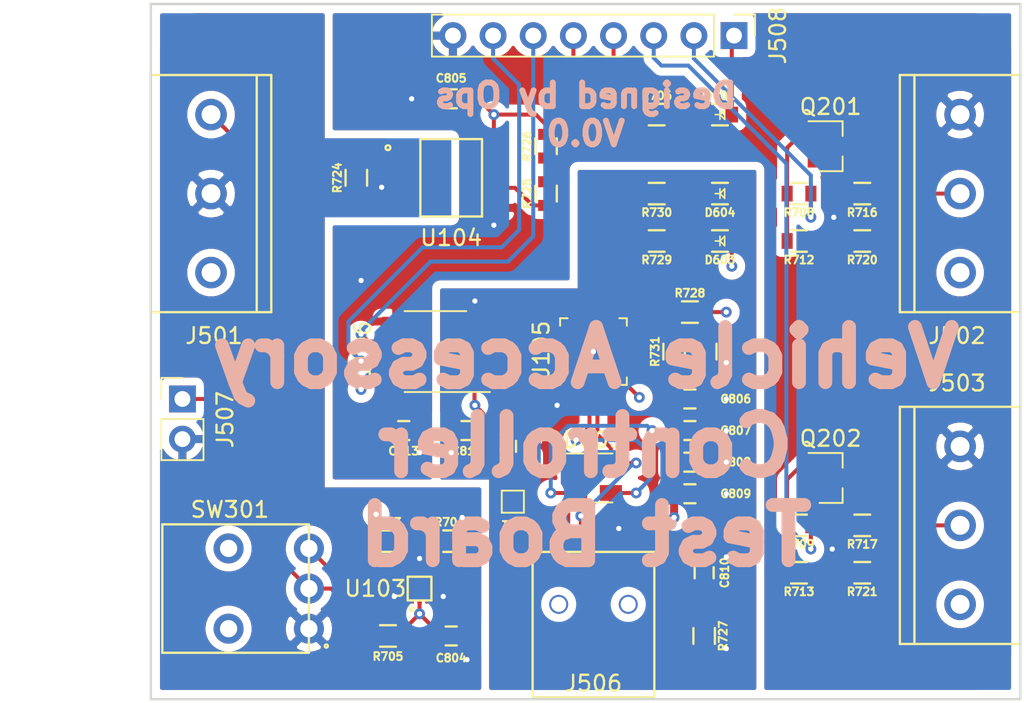
<source format=kicad_pcb>
(kicad_pcb (version 20171130) (host pcbnew 5.1.4-e60b266~84~ubuntu18.04.1)
  (title_block (title "Vehicle Accessory Controller Test Board") (date 2019-11-15) (rev 0.0) (company Noctivore) (comment 1 "IF IN DOUBT - ASK") (comment 2 "Designed by Ops"))
  (layers (0 F.Cu signal) (1 In1.Cu power hide) (2 In2.Cu power hide) (31 B.Cu signal) (34 B.Paste user) (35 F.Paste user) (36 B.SilkS user hide) (37 F.SilkS user) (38 B.Mask user hide) (39 F.Mask user) (44 Edge.Cuts user))
  (net 0 "")
  (net 1 +12VA)
  (net 2 GNDA)
  (net 3 GND)
  (net 4 +5V)
  (net 5 VBUS)
  (net 6 VDD)
  (net 7 GNDD)
  (net 8 /SHIELD)
  (net 9 "Net-(C811-Pad2)")
  (net 10 /328P_RESET)
  (net 11 "Net-(D601-Pad1)")
  (net 12 "Net-(D603-Pad1)")
  (net 13 "Net-(D604-Pad1)")
  (net 14 /D+)
  (net 15 /D-)
  (net 16 /ACC_IN)
  (net 17 "Net-(J502-Pad2)")
  (net 18 "Net-(J503-Pad2)")
  (net 19 "Net-(J506-Pad4)")
  (net 20 "Net-(Q201-Pad3)")
  (net 21 "Net-(Q201-Pad1)")
  (net 22 "Net-(Q202-Pad1)")
  (net 23 "Net-(Q202-Pad3)")
  (net 24 "Net-(R703-Pad1)")
  (net 25 /CTRL)
  (net 26 /PARK_STATUS)
  (net 27 /PARK_FRONT)
  (net 28 /PARK_REAR)
  (net 29 "Net-(R724-Pad2)")
  (net 30 /ACC)
  (net 31 "Net-(R725-Pad2)")
  (net 32 "Net-(R728-Pad2)")
  (net 33 /RX_LED)
  (net 34 /TX_LED)
  (net 35 /VBUS_DIV)
  (net 36 /SHUTDOWN)
  (net 37 "Net-(U104-Pad1)")
  (net 38 "Net-(U104-Pad7)")
  (net 39 "Net-(U104-Pad4)")
  (net 40 "Net-(U105-Pad1)")
  (net 41 "Net-(U105-Pad10)")
  (net 42 "Net-(U105-Pad11)")
  (net 43 "Net-(U105-Pad12)")
  (net 44 "Net-(U105-Pad15)")
  (net 45 "Net-(U105-Pad16)")
  (net 46 "Net-(U105-Pad17)")
  (net 47 "Net-(U105-Pad18)")
  (net 48 "Net-(U105-Pad19)")
  (net 49 /CP2102N_RXD)
  (net 50 /CP2102N_TXD)
  (net 51 "Net-(U105-Pad22)")
  (net 52 "Net-(U105-Pad24)")
  (net 53 /328P_TXD)
  (net 54 /328P_RXD)
  (module VehicleAccessoryController:R_0603 (layer F.Cu) (at 139 112 180)
    (fp_text reference R703 (at 0.1 1.2) (layer F.SilkS) (effects (font (size 0.5 0.5) (thickness 0.125))))
    (fp_text value 2M43)
    (pad 2 smd rect (at 0.75 0 180) (size 0.7 1) (layers F.Cu F.Paste F.Mask) (net 1 +12VA))
    (pad 1 smd rect (at -0.75 0 180) (size 0.7 1) (layers F.Cu F.Paste F.Mask) (net 24 "Net-(R703-Pad1)"))
  )
  (module VehicleAccessoryController:R_0603 (layer F.Cu) (at 143 112 180)
    (fp_text reference R704 (at 0.1 1.2) (layer F.SilkS) (effects (font (size 0.5 0.5) (thickness 0.125))))
    (fp_text value 84k5)
    (pad 2 smd rect (at 0.75 0 180) (size 0.7 1) (layers F.Cu F.Paste F.Mask) (net 24 "Net-(R703-Pad1)"))
    (pad 1 smd rect (at -0.75 0 180) (size 0.7 1) (layers F.Cu F.Paste F.Mask) (net 2 GNDA))
  )
  (module VehicleAccessoryController:R_0603 (layer F.Cu) (at 139 118)
    (fp_text reference R705 (at 0 1.3) (layer F.SilkS) (effects (font (size 0.5 0.5) (thickness 0.125))))
    (fp_text value 49k9)
    (pad 2 smd rect (at 0.75 0) (size 0.7 1) (layers F.Cu F.Paste F.Mask) (net 1 +12VA))
    (pad 1 smd rect (at -0.75 0) (size 0.7 1) (layers F.Cu F.Paste F.Mask) (net 25 /CTRL))
  )
  (module VehicleAccessoryController:R_0603 (layer F.Cu) (at 156 85)
    (fp_text reference R706 (at 0 -1.2) (layer F.SilkS) (effects (font (size 0.5 0.5) (thickness 0.125))))
    (fp_text value 430R)
    (pad 2 smd rect (at 0.75 0) (size 0.7 1) (layers F.Cu F.Paste F.Mask) (net 11 "Net-(D601-Pad1)"))
    (pad 1 smd rect (at -0.75 0) (size 0.7 1) (layers F.Cu F.Paste F.Mask) (net 26 /PARK_STATUS))
  )
  (module VehicleAccessoryController:R_0603 (layer F.Cu) (at 165 90 180)
    (fp_text reference R708 (at 0 -1.2) (layer F.SilkS) (effects (font (size 0.5 0.5) (thickness 0.125))))
    (fp_text value 1k)
    (pad 2 smd rect (at 0.75 0 180) (size 0.7 1) (layers F.Cu F.Paste F.Mask) (net 21 "Net-(Q201-Pad1)"))
    (pad 1 smd rect (at -0.75 0 180) (size 0.7 1) (layers F.Cu F.Paste F.Mask) (net 27 /PARK_FRONT))
  )
  (module VehicleAccessoryController:R_0603 (layer F.Cu) (at 165 111 180)
    (fp_text reference R709 (at 0 -1.2) (layer F.SilkS) (effects (font (size 0.5 0.5) (thickness 0.125))))
    (fp_text value 1k)
    (pad 2 smd rect (at 0.75 0 180) (size 0.7 1) (layers F.Cu F.Paste F.Mask) (net 22 "Net-(Q202-Pad1)"))
    (pad 1 smd rect (at -0.75 0 180) (size 0.7 1) (layers F.Cu F.Paste F.Mask) (net 28 /PARK_REAR))
  )
  (module VehicleAccessoryController:R_0603 (layer F.Cu) (at 165 93 180)
    (fp_text reference R712 (at 0 -1.2) (layer F.SilkS) (effects (font (size 0.5 0.5) (thickness 0.125))))
    (fp_text value 1M)
    (pad 2 smd rect (at 0.75 0 180) (size 0.7 1) (layers F.Cu F.Paste F.Mask) (net 21 "Net-(Q201-Pad1)"))
    (pad 1 smd rect (at -0.75 0 180) (size 0.7 1) (layers F.Cu F.Paste F.Mask) (net 3 GND))
  )
  (module VehicleAccessoryController:R_0603 (layer F.Cu) (at 165 114 180)
    (fp_text reference R713 (at 0 -1.2) (layer F.SilkS) (effects (font (size 0.5 0.5) (thickness 0.125))))
    (fp_text value 1M)
    (pad 2 smd rect (at 0.75 0 180) (size 0.7 1) (layers F.Cu F.Paste F.Mask) (net 22 "Net-(Q202-Pad1)"))
    (pad 1 smd rect (at -0.75 0 180) (size 0.7 1) (layers F.Cu F.Paste F.Mask) (net 3 GND))
  )
  (module VehicleAccessoryController:R_0603 (layer F.Cu) (at 169 90)
    (fp_text reference R716 (at 0 1.2) (layer F.SilkS) (effects (font (size 0.5 0.5) (thickness 0.125))))
    (fp_text value 22k1)
    (pad 2 smd rect (at 0.75 0) (size 0.7 1) (layers F.Cu F.Paste F.Mask) (net 17 "Net-(J502-Pad2)"))
    (pad 1 smd rect (at -0.75 0) (size 0.7 1) (layers F.Cu F.Paste F.Mask) (net 20 "Net-(Q201-Pad3)"))
  )
  (module VehicleAccessoryController:R_0603 (layer F.Cu) (at 169 111)
    (fp_text reference R717 (at 0 1.2) (layer F.SilkS) (effects (font (size 0.5 0.5) (thickness 0.125))))
    (fp_text value 22k1)
    (pad 2 smd rect (at 0.75 0) (size 0.7 1) (layers F.Cu F.Paste F.Mask) (net 18 "Net-(J503-Pad2)"))
    (pad 1 smd rect (at -0.75 0) (size 0.7 1) (layers F.Cu F.Paste F.Mask) (net 23 "Net-(Q202-Pad3)"))
  )
  (module VehicleAccessoryController:R_0603 (layer F.Cu) (at 169 93)
    (fp_text reference R720 (at 0 1.2) (layer F.SilkS) (effects (font (size 0.5 0.5) (thickness 0.125))))
    (fp_text value 30k9)
    (pad 2 smd rect (at 0.75 0) (size 0.7 1) (layers F.Cu F.Paste F.Mask) (net 17 "Net-(J502-Pad2)"))
    (pad 1 smd rect (at -0.75 0) (size 0.7 1) (layers F.Cu F.Paste F.Mask) (net 3 GND))
  )
  (module VehicleAccessoryController:R_0603 (layer F.Cu) (at 169 114)
    (fp_text reference R721 (at 0 1.2) (layer F.SilkS) (effects (font (size 0.5 0.5) (thickness 0.125))))
    (fp_text value 30k9)
    (pad 2 smd rect (at 0.75 0) (size 0.7 1) (layers F.Cu F.Paste F.Mask) (net 18 "Net-(J503-Pad2)"))
    (pad 1 smd rect (at -0.75 0) (size 0.7 1) (layers F.Cu F.Paste F.Mask) (net 3 GND))
  )
  (module VehicleAccessoryController:R_0603 (layer F.Cu) (at 137 89 90)
    (fp_text reference R724 (at 0 -1.2 90) (layer F.SilkS) (effects (font (size 0.5 0.5) (thickness 0.125))))
    (fp_text value 1k)
    (pad 2 smd rect (at 0.75 0 90) (size 0.7 1) (layers F.Cu F.Paste F.Mask) (net 29 "Net-(R724-Pad2)"))
    (pad 1 smd rect (at -0.75 0 90) (size 0.7 1) (layers F.Cu F.Paste F.Mask) (net 16 /ACC_IN))
  )
  (module VehicleAccessoryController:R_0603 (layer F.Cu) (at 149 90 270)
    (fp_text reference R725 (at 0 1.2 90) (layer F.SilkS) (effects (font (size 0.5 0.5) (thickness 0.125))))
    (fp_text value 160R)
    (pad 2 smd rect (at 0.75 0 270) (size 0.7 1) (layers F.Cu F.Paste F.Mask) (net 31 "Net-(R725-Pad2)"))
    (pad 1 smd rect (at -0.75 0 270) (size 0.7 1) (layers F.Cu F.Paste F.Mask) (net 30 /ACC))
  )
  (module VehicleAccessoryController:R_0603 (layer F.Cu) (at 149 87 270)
    (fp_text reference R726 (at 0 1.2 90) (layer F.SilkS) (effects (font (size 0.5 0.5) (thickness 0.125))))
    (fp_text value 1k)
    (pad 2 smd rect (at 0.75 0 270) (size 0.7 1) (layers F.Cu F.Paste F.Mask) (net 30 /ACC))
    (pad 1 smd rect (at -0.75 0 270) (size 0.7 1) (layers F.Cu F.Paste F.Mask) (net 4 +5V))
  )
  (module VehicleAccessoryController:R_0603 (layer F.Cu) (at 159 118 90)
    (fp_text reference R727 (at 0 1.2 90) (layer F.SilkS) (effects (font (size 0.5 0.5) (thickness 0.125))))
    (fp_text value 1M)
    (pad 2 smd rect (at 0.75 0 90) (size 0.7 1) (layers F.Cu F.Paste F.Mask) (net 8 /SHIELD))
    (pad 1 smd rect (at -0.75 0 90) (size 0.7 1) (layers F.Cu F.Paste F.Mask) (net 7 GNDD))
  )
  (module VehicleAccessoryController:R_0603 (layer F.Cu) (at 158.1 97.5 180)
    (fp_text reference R728 (at 0 1.2) (layer F.SilkS) (effects (font (size 0.5 0.5) (thickness 0.125))))
    (fp_text value 1k)
    (pad 2 smd rect (at 0.75 0 180) (size 0.7 1) (layers F.Cu F.Paste F.Mask) (net 32 "Net-(R728-Pad2)"))
    (pad 1 smd rect (at -0.75 0 180) (size 0.7 1) (layers F.Cu F.Paste F.Mask) (net 6 VDD))
  )
  (module VehicleAccessoryController:R_0603 (layer F.Cu) (at 156 93)
    (fp_text reference R729 (at 0 1.2) (layer F.SilkS) (effects (font (size 0.5 0.5) (thickness 0.125))))
    (fp_text value 90R)
    (pad 2 smd rect (at 0.75 0) (size 0.7 1) (layers F.Cu F.Paste F.Mask) (net 12 "Net-(D603-Pad1)"))
    (pad 1 smd rect (at -0.75 0) (size 0.7 1) (layers F.Cu F.Paste F.Mask) (net 33 /RX_LED))
  )
  (module VehicleAccessoryController:R_0603 (layer F.Cu) (at 156 90)
    (fp_text reference R730 (at 0 1.2) (layer F.SilkS) (effects (font (size 0.5 0.5) (thickness 0.125))))
    (fp_text value 90R)
    (pad 2 smd rect (at 0.75 0) (size 0.7 1) (layers F.Cu F.Paste F.Mask) (net 13 "Net-(D604-Pad1)"))
    (pad 1 smd rect (at -0.75 0) (size 0.7 1) (layers F.Cu F.Paste F.Mask) (net 34 /TX_LED))
  )
  (module VehicleAccessoryController:R_0603 (layer F.Cu) (at 157.1 100 270)
    (fp_text reference R731 (at 0 1.2 90) (layer F.SilkS) (effects (font (size 0.5 0.5) (thickness 0.125))))
    (fp_text value 22.1k)
    (pad 2 smd rect (at 0.75 0 270) (size 0.7 1) (layers F.Cu F.Paste F.Mask) (net 5 VBUS))
    (pad 1 smd rect (at -0.75 0 270) (size 0.7 1) (layers F.Cu F.Paste F.Mask) (net 35 /VBUS_DIV))
  )
  (module VehicleAccessoryController:R_0603 (layer F.Cu) (at 159.1 100 90)
    (fp_text reference R732 (at 0 1.3 90) (layer F.SilkS) (effects (font (size 0.5 0.5) (thickness 0.125))))
    (fp_text value 47.5k)
    (pad 2 smd rect (at 0.75 0 90) (size 0.7 1) (layers F.Cu F.Paste F.Mask) (net 35 /VBUS_DIV))
    (pad 1 smd rect (at -0.75 0 90) (size 0.7 1) (layers F.Cu F.Paste F.Mask) (net 7 GNDD))
  )
  (module VehicleAccessoryController:C_0603 (layer F.Cu) (at 147.7 106 90)
    (fp_text reference C811 (at 0 -1.3 90) (layer F.SilkS) (effects (font (size 0.5 0.5) (thickness 0.125))))
    (fp_text value 0.1uF)
    (pad 2 smd rect (at 1 0 90) (size 1 1.2) (layers F.Cu F.Paste F.Mask) (net 9 "Net-(C811-Pad2)"))
    (pad 1 smd rect (at -1 0 90) (size 1 1.2) (layers F.Cu F.Paste F.Mask) (net 10 /328P_RESET))
  )
  (module VehicleAccessoryController:C_0603 (layer F.Cu) (at 143 118)
    (fp_text reference C804 (at 0 1.4) (layer F.SilkS) (effects (font (size 0.5 0.5) (thickness 0.125))))
    (fp_text value 0.1uF)
    (pad 2 smd rect (at 1 0) (size 1 1.2) (layers F.Cu F.Paste F.Mask) (net 2 GNDA))
    (pad 1 smd rect (at -1 0) (size 1 1.2) (layers F.Cu F.Paste F.Mask) (net 1 +12VA))
  )
  (module VehicleAccessoryController:C_0603 (layer F.Cu) (at 143 84 180)
    (fp_text reference C805 (at 0 1.3) (layer F.SilkS) (effects (font (size 0.5 0.5) (thickness 0.125))))
    (fp_text value 0.1uF)
    (pad 2 smd rect (at 1 0 180) (size 1 1.2) (layers F.Cu F.Paste F.Mask) (net 3 GND))
    (pad 1 smd rect (at -1 0 180) (size 1 1.2) (layers F.Cu F.Paste F.Mask) (net 4 +5V))
  )
  (module VehicleAccessoryController:C_0603 (layer F.Cu) (at 158.1 103)
    (fp_text reference C806 (at 2.9 0) (layer F.SilkS) (effects (font (size 0.5 0.5) (thickness 0.125))))
    (fp_text value 4.7uF)
    (pad 2 smd rect (at 1 0) (size 1 1.2) (layers F.Cu F.Paste F.Mask) (net 7 GNDD))
    (pad 1 smd rect (at -1 0) (size 1 1.2) (layers F.Cu F.Paste F.Mask) (net 5 VBUS))
  )
  (module VehicleAccessoryController:C_0603 (layer F.Cu) (at 158.1 105)
    (fp_text reference C807 (at 2.9 0) (layer F.SilkS) (effects (font (size 0.5 0.5) (thickness 0.125))))
    (fp_text value 0.1uF)
    (pad 2 smd rect (at 1 0) (size 1 1.2) (layers F.Cu F.Paste F.Mask) (net 7 GNDD))
    (pad 1 smd rect (at -1 0) (size 1 1.2) (layers F.Cu F.Paste F.Mask) (net 5 VBUS))
  )
  (module VehicleAccessoryController:C_0603 (layer F.Cu) (at 158.1 107)
    (fp_text reference C808 (at 2.9 0) (layer F.SilkS) (effects (font (size 0.5 0.5) (thickness 0.125))))
    (fp_text value 4.7uF)
    (pad 2 smd rect (at 1 0) (size 1 1.2) (layers F.Cu F.Paste F.Mask) (net 7 GNDD))
    (pad 1 smd rect (at -1 0) (size 1 1.2) (layers F.Cu F.Paste F.Mask) (net 6 VDD))
  )
  (module VehicleAccessoryController:C_0603 (layer F.Cu) (at 158.1 109)
    (fp_text reference C809 (at 2.9 0) (layer F.SilkS) (effects (font (size 0.5 0.5) (thickness 0.125))))
    (fp_text value 0.1uF)
    (pad 2 smd rect (at 1 0) (size 1 1.2) (layers F.Cu F.Paste F.Mask) (net 7 GNDD))
    (pad 1 smd rect (at -1 0) (size 1 1.2) (layers F.Cu F.Paste F.Mask) (net 6 VDD))
  )
  (module VehicleAccessoryController:C_0603 (layer F.Cu) (at 159 114 90)
    (fp_text reference C810 (at 0 1.3 90) (layer F.SilkS) (effects (font (size 0.5 0.5) (thickness 0.125))))
    (fp_text value 0.1nF)
    (pad 2 smd rect (at 1 0 90) (size 1 1.2) (layers F.Cu F.Paste F.Mask) (net 7 GNDD))
    (pad 1 smd rect (at -1 0 90) (size 1 1.2) (layers F.Cu F.Paste F.Mask) (net 8 /SHIELD))
  )
  (module VehicleAccessoryController:C_0603 (layer F.Cu) (at 144 105 180)
    (fp_text reference C812 (at 0 -1.3) (layer F.SilkS) (effects (font (size 0.5 0.5) (thickness 0.125))))
    (fp_text value 0.1uF)
    (pad 2 smd rect (at 1 0 180) (size 1 1.2) (layers F.Cu F.Paste F.Mask) (net 7 GNDD))
    (pad 1 smd rect (at -1 0 180) (size 1 1.2) (layers F.Cu F.Paste F.Mask) (net 6 VDD))
  )
  (module VehicleAccessoryController:C_0603 (layer F.Cu) (at 140 105)
    (fp_text reference C813 (at 0 1.3) (layer F.SilkS) (effects (font (size 0.5 0.5) (thickness 0.125))))
    (fp_text value 0.1uF)
    (pad 2 smd rect (at 1 0) (size 1 1.2) (layers F.Cu F.Paste F.Mask) (net 3 GND))
    (pad 1 smd rect (at -1 0) (size 1 1.2) (layers F.Cu F.Paste F.Mask) (net 4 +5V))
  )
  (module "VehicleAccessoryController:TI DSE (S-PWSON-N6)" (layer F.Cu) (at 141 115)
    (fp_text reference U103 (at -2.8 0) (layer F.SilkS))
    (fp_text value TPS3710)
    (pad 6 smd rect (at -0.5 -0.575) (size 0.28 0.75) (layers F.Cu F.Paste F.Mask) (net 36 /SHUTDOWN) (clearance 0.05))
    (pad 5 smd rect (at 0 -0.575) (size 0.28 0.75) (layers F.Cu F.Paste F.Mask) (net 2 GNDA) (clearance 0.05))
    (pad 4 smd rect (at 0.5 -0.575) (size 0.28 0.75) (layers F.Cu F.Paste F.Mask) (net 24 "Net-(R703-Pad1)") (clearance 0.05))
    (pad 2 smd rect (at 0 0.575) (size 0.28 0.75) (layers F.Cu F.Paste F.Mask) (net 1 +12VA) (clearance 0.05))
    (pad 3 smd rect (at 0.5 0.575) (size 0.28 0.75) (layers F.Cu F.Paste F.Mask) (net 2 GNDA) (clearance 0.05))
    (pad 1 smd custom (at -0.5 0.525) (size 0.1 0.1) (layers F.Cu F.Paste F.Mask) (net 2 GNDA) (clearance 0.05) (options (clearance outline) (anchor rect)) (primitives (gr_poly (pts (xy -0.14 0.425) (xy 0.14 0.425) (xy 0.14 -0.425) (xy 0 -0.425) (xy -0.14 -0.285)) (width 0))))
  )
  (module Connector_PinHeader_2.54mm:PinHeader_1x08_P2.54mm_Vertical (layer F.Cu) (at 160.89 80 270)
    (fp_text reference J508 (at 0 -2.77 90) (layer F.SilkS))
    (fp_text value Conn_01x08_Male)
    (pad 8 thru_hole oval (at 0 17.78 270) (size 1.7 1.7) (drill 1) (layers *.Cu *.Mask) (net 3 GND))
    (pad 7 thru_hole oval (at 0 15.24 270) (size 1.7 1.7) (drill 1) (layers *.Cu *.Mask) (net 54 /328P_RXD))
    (pad 6 thru_hole oval (at 0 12.7 270) (size 1.7 1.7) (drill 1) (layers *.Cu *.Mask) (net 53 /328P_TXD))
    (pad 5 thru_hole oval (at 0 10.16 270) (size 1.7 1.7) (drill 1) (layers *.Cu *.Mask) (net 30 /ACC))
    (pad 4 thru_hole oval (at 0 7.62 270) (size 1.7 1.7) (drill 1) (layers *.Cu *.Mask) (net 26 /PARK_STATUS))
    (pad 3 thru_hole oval (at 0 5.08 270) (size 1.7 1.7) (drill 1) (layers *.Cu *.Mask) (net 28 /PARK_REAR))
    (pad 2 thru_hole oval (at 0 2.54 270) (size 1.7 1.7) (drill 1) (layers *.Cu *.Mask) (net 27 /PARK_FRONT))
    (pad 1 thru_hole rect (at 0 0 270) (size 1.7 1.7) (drill 1) (layers *.Cu *.Mask) (net 4 +5V))
  )
  (module VehicleAccessoryController:SOIC-8_NB (layer F.Cu) (at 143 89)
    (fp_text reference U104 (at 0 3.8) (layer F.SilkS))
    (fp_text value SI8710CC-B-IS)
    (pad 1 smd rect (at -2.7 -1.905) (size 1.55 0.6) (layers F.Cu F.Paste F.Mask) (net 37 "Net-(U104-Pad1)") (clearance 0.1))
    (pad 8 smd rect (at 2.7 -1.905) (size 1.55 0.6) (layers F.Cu F.Paste F.Mask) (net 4 +5V) (clearance 0.1))
    (pad 2 smd rect (at -2.7 -0.635) (size 1.55 0.6) (layers F.Cu F.Paste F.Mask) (net 29 "Net-(R724-Pad2)") (clearance 0.1))
    (pad 7 smd rect (at 2.7 -0.635) (size 1.55 0.6) (layers F.Cu F.Paste F.Mask) (net 38 "Net-(U104-Pad7)") (clearance 0.1))
    (pad 3 smd rect (at -2.7 0.635) (size 1.55 0.6) (layers F.Cu F.Paste F.Mask) (net 2 GNDA) (clearance 0.1))
    (pad 6 smd rect (at 2.7 0.635) (size 1.55 0.6) (layers F.Cu F.Paste F.Mask) (net 31 "Net-(R725-Pad2)") (clearance 0.1))
    (pad 4 smd rect (at -2.7 1.905) (size 1.55 0.6) (layers F.Cu F.Paste F.Mask) (net 39 "Net-(U104-Pad4)") (clearance 0.1))
    (pad 5 smd rect (at 2.7 1.905) (size 1.55 0.6) (layers F.Cu F.Paste F.Mask) (net 3 GND) (clearance 0.1))
  )
  (module VehicleAccessoryController:LED_0603 (layer F.Cu) (at 160 85)
    (fp_text reference D601 (at 0 -1.2) (layer F.SilkS) (effects (font (size 0.5 0.5) (thickness 0.125))))
    (fp_text value LED_ALT hide)
    (pad 2 smd rect (at 0.75 0) (size 0.8 1) (layers F.Cu F.Paste F.Mask) (net 4 +5V))
    (pad 1 smd rect (at -0.75 0) (size 0.8 1) (layers F.Cu F.Paste F.Mask) (net 11 "Net-(D601-Pad1)"))
  )
  (module VehicleAccessoryController:LED_0603 (layer F.Cu) (at 160 93)
    (fp_text reference D603 (at 0 1.2) (layer F.SilkS) (effects (font (size 0.5 0.5) (thickness 0.125))))
    (fp_text value LED_ALT hide)
    (pad 1 smd rect (at -0.75 0) (size 0.8 1) (layers F.Cu F.Paste F.Mask) (net 12 "Net-(D603-Pad1)"))
    (pad 2 smd rect (at 0.75 0) (size 0.8 1) (layers F.Cu F.Paste F.Mask) (net 6 VDD))
  )
  (module VehicleAccessoryController:LED_0603 (layer F.Cu) (at 160 90)
    (fp_text reference D604 (at 0 1.2) (layer F.SilkS) (effects (font (size 0.5 0.5) (thickness 0.125))))
    (fp_text value LED_ALT hide)
    (pad 2 smd rect (at 0.75 0) (size 0.8 1) (layers F.Cu F.Paste F.Mask) (net 6 VDD))
    (pad 1 smd rect (at -0.75 0) (size 0.8 1) (layers F.Cu F.Paste F.Mask) (net 13 "Net-(D604-Pad1)"))
  )
  (module Package_TO_SOT_SMD:SOT-143 (layer F.Cu) (at 152 108)
    (fp_text reference D605 (at 0 -2.4 180) (layer F.SilkS))
    (fp_text value SP0503BAHT)
    (pad 1 smd rect (at -1.1 -0.77 270) (size 1.2 1.4) (layers F.Cu F.Paste F.Mask) (net 7 GNDD))
    (pad 2 smd rect (at -1.1 0.95 270) (size 1 1.4) (layers F.Cu F.Paste F.Mask) (net 5 VBUS))
    (pad 3 smd rect (at 1.1 0.95 270) (size 1 1.4) (layers F.Cu F.Paste F.Mask) (net 14 /D+))
    (pad 4 smd rect (at 1.1 -0.95 270) (size 1 1.4) (layers F.Cu F.Paste F.Mask) (net 15 /D-))
  )
  (module VehicleAccessoryController:Fiducial (layer F.Cu) (at 126 80)
    (fp_text reference fid1 hide)
    (fp_text value FID)
    (pad 1 smd circle (at 0 0) (size 1 1) (layers F.Cu F.Mask) (clearance 0.9))
  )
  (module VehicleAccessoryController:Fiducial (layer F.Cu) (at 177 80)
    (fp_text reference fid2 hide)
    (fp_text value FID)
    (pad 1 smd circle (at 0 0) (size 1 1) (layers F.Cu F.Mask) (clearance 0.9))
  )
  (module VehicleAccessoryController:Fiducial (layer F.Cu) (at 177 120)
    (fp_text reference fid3 hide)
    (fp_text value FID)
    (pad 1 smd circle (at 0 0) (size 1 1) (layers F.Cu F.Mask) (clearance 0.9))
  )
  (module VehicleAccessoryController:Keystone_8719 (layer F.Cu) (at 124 90 270)
    (fp_text reference J501 (at 9 -4 180) (layer F.SilkS))
    (fp_text value Input)
    (pad 2 thru_hole circle (at 0 -3.81 270) (size 2 2) (drill 1.194) (layers *.Cu *.Mask) (net 2 GNDA))
    (pad 1 thru_hole circle (at -5 -3.81 270) (size 2 2) (drill 1.194) (layers *.Cu *.Mask) (net 16 /ACC_IN))
    (pad 3 thru_hole circle (at 5 -3.81 270) (size 2 2) (drill 1.194) (layers *.Cu *.Mask) (net 1 +12VA))
  )
  (module VehicleAccessoryController:Keystone_8719 (layer F.Cu) (at 179 90 90)
    (fp_text reference J502 (at -9 -4 180) (layer F.SilkS))
    (fp_text value "Front Conn")
    (pad 3 thru_hole circle (at 5 -3.81 90) (size 2 2) (drill 1.194) (layers *.Cu *.Mask) (net 3 GND))
    (pad 1 thru_hole circle (at -5 -3.81 90) (size 2 2) (drill 1.194) (layers *.Cu *.Mask) (net 4 +5V))
    (pad 2 thru_hole circle (at 0 -3.81 90) (size 2 2) (drill 1.194) (layers *.Cu *.Mask) (net 17 "Net-(J502-Pad2)"))
  )
  (module VehicleAccessoryController:Keystone_8719 (layer F.Cu) (at 179 111 90)
    (fp_text reference J503 (at 9 -4 180) (layer F.SilkS))
    (fp_text value "Rear Conn")
    (pad 2 thru_hole circle (at 0 -3.81 90) (size 2 2) (drill 1.194) (layers *.Cu *.Mask) (net 18 "Net-(J503-Pad2)"))
    (pad 1 thru_hole circle (at -5 -3.81 90) (size 2 2) (drill 1.194) (layers *.Cu *.Mask) (net 4 +5V))
    (pad 3 thru_hole circle (at 5 -3.81 90) (size 2 2) (drill 1.194) (layers *.Cu *.Mask) (net 3 GND))
  )
  (module Package_TO_SOT_SMD:SOT-23 (layer F.Cu) (at 167 87)
    (fp_text reference Q201 (at 0 -2.5 180) (layer F.SilkS))
    (fp_text value BSS138)
    (pad 3 smd rect (at 1 0) (size 0.9 0.8) (layers F.Cu F.Paste F.Mask) (net 20 "Net-(Q201-Pad3)"))
    (pad 2 smd rect (at -1 0.95) (size 0.9 0.8) (layers F.Cu F.Paste F.Mask) (net 3 GND))
    (pad 1 smd rect (at -1 -0.95) (size 0.9 0.8) (layers F.Cu F.Paste F.Mask) (net 21 "Net-(Q201-Pad1)"))
  )
  (module Package_TO_SOT_SMD:SOT-23 (layer F.Cu) (at 167 108)
    (fp_text reference Q202 (at 0 -2.5 180) (layer F.SilkS))
    (fp_text value BSS138)
    (pad 1 smd rect (at -1 -0.95) (size 0.9 0.8) (layers F.Cu F.Paste F.Mask) (net 22 "Net-(Q202-Pad1)"))
    (pad 2 smd rect (at -1 0.95) (size 0.9 0.8) (layers F.Cu F.Paste F.Mask) (net 3 GND))
    (pad 3 smd rect (at 1 0) (size 0.9 0.8) (layers F.Cu F.Paste F.Mask) (net 23 "Net-(Q202-Pad3)"))
  )
  (module VehicleAccessoryController:C&K_ET_Series_Switch (layer F.Cu) (at 134 115 270)
    (fp_text reference SW301 (at -5 5 180) (layer F.SilkS))
    (fp_text value ON/OFF)
    (pad 3 thru_hole circle (at -2.54 0 270) (size 1.9 1.9) (drill 1.09) (layers *.Cu *.Mask) (net 36 /SHUTDOWN) (clearance 0.1))
    (pad 2 thru_hole circle (at 0 0 270) (size 1.9 1.9) (drill 1.09) (layers *.Cu *.Mask) (net 25 /CTRL) (clearance 0.1))
    (pad 1 thru_hole circle (at 2.54 0 270) (size 1.9 1.9) (drill 1.09) (layers *.Cu *.Mask) (net 2 GNDA) (clearance 0.1))
    (pad 0 thru_hole circle (at -2.54 5.08 270) (size 1.9 1.9) (drill 1.09) (layers *.Cu *.Mask) (clearance 0.1))
    (pad 0 thru_hole circle (at 2.54 5.08 270) (size 1.9 1.9) (drill 1.09) (layers *.Cu *.Mask) (clearance 0.1))
  )
  (module Package_DFN_QFN:QFN-24-1EP_4x4mm_P0.5mm_EP2.6x2.6mm (layer F.Cu) (at 152 100 90)
    (fp_text reference U105 (at 0 -3.3 90) (layer F.SilkS))
    (fp_text value CP2102N-A02-GQFN24)
    (pad 25 smd roundrect (at 0 0 90) (size 2.6 2.6) (layers F.Cu F.Mask) (roundrect_rratio 0.096154) (net 7 GNDD))
    (pad 1 smd roundrect (at -1.9375 -1.25 90) (size 0.825 0.25) (layers F.Cu F.Paste F.Mask) (net 40 "Net-(U105-Pad1)"))
    (pad 2 smd roundrect (at -1.9375 -0.75 90) (size 0.825 0.25) (layers F.Cu F.Paste F.Mask) (net 7 GNDD))
    (pad 3 smd roundrect (at -1.9375 -0.25 90) (size 0.825 0.25) (layers F.Cu F.Paste F.Mask) (net 14 /D+))
    (pad 4 smd roundrect (at -1.9375 0.25 90) (size 0.825 0.25) (layers F.Cu F.Paste F.Mask) (net 15 /D-))
    (pad 5 smd roundrect (at -1.9375 0.75 90) (size 0.825 0.25) (layers F.Cu F.Paste F.Mask) (net 6 VDD))
    (pad 6 smd roundrect (at -1.9375 1.25 90) (size 0.825 0.25) (layers F.Cu F.Paste F.Mask) (net 6 VDD))
    (pad 7 smd roundrect (at -1.25 1.9375 90) (size 0.25 0.825) (layers F.Cu F.Paste F.Mask) (net 5 VBUS))
    (pad 8 smd roundrect (at -0.75 1.9375 90) (size 0.25 0.825) (layers F.Cu F.Paste F.Mask) (net 35 /VBUS_DIV))
    (pad 9 smd roundrect (at -0.25 1.9375 90) (size 0.25 0.825) (layers F.Cu F.Paste F.Mask) (net 32 "Net-(R728-Pad2)"))
    (pad 10 smd roundrect (at 0.25 1.9375 90) (size 0.25 0.825) (layers F.Cu F.Paste F.Mask) (net 41 "Net-(U105-Pad10)"))
    (pad 11 smd roundrect (at 0.75 1.9375 90) (size 0.25 0.825) (layers F.Cu F.Paste F.Mask) (net 42 "Net-(U105-Pad11)"))
    (pad 12 smd roundrect (at 1.25 1.9375 90) (size 0.25 0.825) (layers F.Cu F.Paste F.Mask) (net 43 "Net-(U105-Pad12)"))
    (pad 13 smd roundrect (at 1.9375 1.25 90) (size 0.825 0.25) (layers F.Cu F.Paste F.Mask) (net 33 /RX_LED))
    (pad 14 smd roundrect (at 1.9375 0.75 90) (size 0.825 0.25) (layers F.Cu F.Paste F.Mask) (net 34 /TX_LED))
    (pad 15 smd roundrect (at 1.9375 0.25 90) (size 0.825 0.25) (layers F.Cu F.Paste F.Mask) (net 44 "Net-(U105-Pad15)"))
    (pad 16 smd roundrect (at 1.9375 -0.25 90) (size 0.825 0.25) (layers F.Cu F.Paste F.Mask) (net 45 "Net-(U105-Pad16)"))
    (pad 17 smd roundrect (at 1.9375 -0.75 90) (size 0.825 0.25) (layers F.Cu F.Paste F.Mask) (net 46 "Net-(U105-Pad17)"))
    (pad 18 smd roundrect (at 1.9375 -1.25 90) (size 0.825 0.25) (layers F.Cu F.Paste F.Mask) (net 47 "Net-(U105-Pad18)"))
    (pad 19 smd roundrect (at 1.25 -1.9375 90) (size 0.25 0.825) (layers F.Cu F.Paste F.Mask) (net 48 "Net-(U105-Pad19)"))
    (pad 20 smd roundrect (at 0.75 -1.9375 90) (size 0.25 0.825) (layers F.Cu F.Paste F.Mask) (net 49 /CP2102N_RXD))
    (pad 21 smd roundrect (at 0.25 -1.9375 90) (size 0.25 0.825) (layers F.Cu F.Paste F.Mask) (net 50 /CP2102N_TXD))
    (pad 22 smd roundrect (at -0.25 -1.9375 90) (size 0.25 0.825) (layers F.Cu F.Paste F.Mask) (net 51 "Net-(U105-Pad22)"))
    (pad 23 smd roundrect (at -0.75 -1.9375 90) (size 0.25 0.825) (layers F.Cu F.Paste F.Mask) (net 9 "Net-(C811-Pad2)"))
    (pad 24 smd roundrect (at -1.25 -1.9375 90) (size 0.25 0.825) (layers F.Cu F.Paste F.Mask) (net 52 "Net-(U105-Pad24)"))
  )
  (module Package_SO:SOIC-8_3.9x4.9mm_P1.27mm (layer F.Cu) (at 142 100 180)
    (fp_text reference U106 (at 4.6 0 90) (layer F.SilkS))
    (fp_text value Si8621BB-B-IS)
    (pad 1 smd roundrect (at -2.475 -1.905 180) (size 1.95 0.6) (layers F.Cu F.Paste F.Mask) (net 6 VDD))
    (pad 2 smd roundrect (at -2.475 -0.635 180) (size 1.95 0.6) (layers F.Cu F.Paste F.Mask) (net 50 /CP2102N_TXD))
    (pad 3 smd roundrect (at -2.475 0.635 180) (size 1.95 0.6) (layers F.Cu F.Paste F.Mask) (net 49 /CP2102N_RXD))
    (pad 4 smd roundrect (at -2.475 1.905 180) (size 1.95 0.6) (layers F.Cu F.Paste F.Mask) (net 7 GNDD))
    (pad 5 smd roundrect (at 2.475 1.905 180) (size 1.95 0.6) (layers F.Cu F.Paste F.Mask) (net 3 GND))
    (pad 6 smd roundrect (at 2.475 0.635 180) (size 1.95 0.6) (layers F.Cu F.Paste F.Mask) (net 53 /328P_TXD))
    (pad 7 smd roundrect (at 2.475 -0.635 180) (size 1.95 0.6) (layers F.Cu F.Paste F.Mask) (net 54 /328P_RXD))
    (pad 8 smd roundrect (at 2.475 -1.905 180) (size 1.95 0.6) (layers F.Cu F.Paste F.Mask) (net 4 +5V))
  )
  (module VehicleAccessoryController:AFCI_10033526_USB-mini (layer F.Cu) (at 152 116)
    (fp_text reference J506 (at 0 5 180) (layer F.SilkS))
    (fp_text value USB_Mini-B)
    (pad 1 smd rect (at -1.6 -2.675) (size 0.5 2.25) (layers F.Cu F.Paste F.Mask) (net 5 VBUS))
    (pad "" np_thru_hole circle (at -2.2 0) (size 1.2 1.2) (drill 0.95) (layers *.Cu *.Mask))
    (pad "" np_thru_hole circle (at 2.2 0) (size 1.2 1.2) (drill 0.95) (layers *.Cu *.Mask))
    (pad 0 smd rect (at -4.45 -2.55) (size 2 2.5) (layers F.Cu F.Paste F.Mask) (net 8 /SHIELD))
    (pad 0 smd rect (at 4.45 -2.55) (size 2 2.5) (layers F.Cu F.Paste F.Mask) (net 8 /SHIELD))
    (pad 0 smd rect (at -4.45 2.9) (size 2 2.5) (layers F.Cu F.Paste F.Mask) (net 8 /SHIELD))
    (pad 0 smd rect (at 4.45 2.9) (size 2 2.5) (layers F.Cu F.Paste F.Mask) (net 8 /SHIELD))
    (pad 2 smd rect (at -0.8 -2.675) (size 0.5 2.25) (layers F.Cu F.Paste F.Mask) (net 15 /D-))
    (pad 3 smd rect (at 0 -2.675) (size 0.5 2.25) (layers F.Cu F.Paste F.Mask) (net 14 /D+))
    (pad 4 smd rect (at 0.8 -2.675) (size 0.5 2.25) (layers F.Cu F.Paste F.Mask) (net 19 "Net-(J506-Pad4)"))
    (pad 5 smd rect (at 1.6 -2.675) (size 0.5 2.25) (layers F.Cu F.Paste F.Mask) (net 7 GNDD))
  )
  (module Connector_PinHeader_2.54mm:PinHeader_1x02_P2.54mm_Vertical (layer F.Cu) (at 126 103)
    (fp_text reference J507 (at 2.7 1.3 90) (layer F.SilkS))
    (fp_text value Conn_01x02_Male)
    (pad 1 thru_hole rect (at 0 0) (size 1.7 1.7) (drill 1) (layers *.Cu *.Mask) (net 25 /CTRL))
    (pad 2 thru_hole oval (at 0 2.54) (size 1.7 1.7) (drill 1) (layers *.Cu *.Mask) (net 2 GNDA))
  )
  (module TestPoint:TestPoint_Pad_1.0x1.0mm (layer F.Cu) (at 146.9 109.5)
    (fp_text reference TP1 (at 0 1.5 180) (layer F.SilkS) (effects (font (size 0.5 0.5) (thickness 0.125))))
    (fp_text value TestPoint)
    (pad 1 smd rect (at 0 0) (size 1 1) (layers F.Cu F.Mask) (net 10 /328P_RESET))
  )
  (gr_text "Designed by Ops\nV0.0" (at 151.5 85) (layer B.SilkS) (effects (font (size 1.5 1.5) (thickness 0.375)) (justify mirror)))
  (gr_text "Vehicle Accessory\nController\nTest Board" (at 151.5 106) (layer B.SilkS) (effects (font (size 3.5 3.5) (thickness 0.875)) (justify mirror)))
  (gr_line (start 124 122) (end 124 78) (layer Edge.Cuts) (width 0.15))
  (gr_line (start 179 122) (end 124 122) (layer Edge.Cuts) (width 0.15))
  (gr_line (start 179 78) (end 179 122) (layer Edge.Cuts) (width 0.15))
  (gr_line (start 124 78) (end 179 78) (layer Edge.Cuts) (width 0.15))
  (via (at 141 116.6) (size 0.6858) (drill 0.3302) (layers F.Cu B.Cu) (net 1))
  (segment (start 141 115.575) (end 141 116.6) (width 0.254) (layer F.Cu) (net 1))
  (segment (start 139.75 117.85) (end 141 116.6) (width 0.254) (layer F.Cu) (net 1))
  (segment (start 139.75 118) (end 139.75 117.85) (width 0.254) (layer F.Cu) (net 1))
  (segment (start 142 117.6) (end 141 116.6) (width 0.254) (layer F.Cu) (net 1))
  (segment (start 142 118) (end 142 117.6) (width 0.254) (layer F.Cu) (net 1))
  (via (at 138.25 110.3) (size 0.6858) (drill 0.3302) (layers F.Cu B.Cu) (net 1))
  (segment (start 138.25 112) (end 138.25 110.3) (width 0.254) (layer F.Cu) (net 1))
  (via (at 141 113.1) (size 0.6858) (drill 0.3302) (layers F.Cu B.Cu) (net 2))
  (segment (start 141 114.425) (end 141 113.1) (width 0.254) (layer F.Cu) (net 2))
  (via (at 139.4 115.5) (size 0.6858) (drill 0.3302) (layers F.Cu B.Cu) (net 2))
  (segment (start 139.625 115.525) (end 139.6 115.5) (width 0.254) (layer F.Cu) (net 2))
  (via (at 142.5 115.5) (size 0.6858) (drill 0.3302) (layers F.Cu B.Cu) (net 2))
  (segment (start 139.425 115.525) (end 139.4 115.5) (width 0.254) (layer F.Cu) (net 2))
  (segment (start 140.5 115.525) (end 139.425 115.525) (width 0.254) (layer F.Cu) (net 2))
  (segment (start 142.425 115.575) (end 142.5 115.5) (width 0.254) (layer F.Cu) (net 2))
  (segment (start 141.5 115.575) (end 142.425 115.575) (width 0.254) (layer F.Cu) (net 2))
  (via (at 143.7 110.5) (size 0.6858) (drill 0.3302) (layers F.Cu B.Cu) (net 2))
  (via (at 144 119.5) (size 0.6858) (drill 0.3302) (layers F.Cu B.Cu) (net 2))
  (via (at 138.6 89.6) (size 0.6858) (drill 0.3302) (layers F.Cu B.Cu) (net 2))
  (via (at 141 106.4) (size 0.6858) (drill 0.3302) (layers F.Cu B.Cu) (net 3))
  (via (at 137.3 95.5) (size 0.6858) (drill 0.3302) (layers F.Cu B.Cu) (net 3))
  (via (at 145.7 92) (size 0.6858) (drill 0.3302) (layers F.Cu B.Cu) (net 3))
  (via (at 140.5 84) (size 0.6858) (drill 0.3302) (layers F.Cu B.Cu) (net 3))
  (via (at 167.2 91.5) (size 0.6858) (drill 0.3302) (layers F.Cu B.Cu) (net 3))
  (via (at 167.1 112.5) (size 0.6858) (drill 0.3302) (layers F.Cu B.Cu) (net 3))
  (segment (start 139 103.315) (end 139 105) (width 0.254) (layer F.Cu) (net 4))
  (segment (start 139.525 101.905) (end 139.525 102.79) (width 0.254) (layer F.Cu) (net 4))
  (segment (start 139.525 102.79) (end 139 103.315) (width 0.254) (layer F.Cu) (net 4))
  (via (at 145.7 85) (size 0.6858) (drill 0.3302) (layers F.Cu B.Cu) (net 4))
  (segment (start 145.7 87.095) (end 145.7 85) (width 0.254) (layer F.Cu) (net 4))
  (segment (start 149 85.646) (end 149 86.25) (width 0.254) (layer F.Cu) (net 4))
  (segment (start 148.354 85) (end 149 85.646) (width 0.254) (layer F.Cu) (net 4))
  (segment (start 145.7 85) (end 148.354 85) (width 0.254) (layer F.Cu) (net 4))
  (segment (start 144.7 84) (end 145.7 85) (width 0.254) (layer F.Cu) (net 4))
  (segment (start 144 84) (end 144.7 84) (width 0.254) (layer F.Cu) (net 4))
  (via (at 137.3 102.4) (size 0.6858) (drill 0.3302) (layers F.Cu B.Cu) (net 4))
  (segment (start 137.795 101.905) (end 137.3 102.4) (width 0.254) (layer F.Cu) (net 4))
  (segment (start 139.525 101.905) (end 137.795 101.905) (width 0.254) (layer F.Cu) (net 4))
  (segment (start 160.75 80.14) (end 160.89 80) (width 0.254) (layer F.Cu) (net 4))
  (segment (start 160.75 85) (end 160.75 80.14) (width 0.254) (layer F.Cu) (net 4))
  (segment (start 157.1 100.75) (end 157.1 103) (width 0.254) (layer F.Cu) (net 5))
  (segment (start 157.1 103) (end 157.1 105) (width 0.508) (layer F.Cu) (net 5))
  (segment (start 155.85 101.25) (end 154.45 101.25) (width 0.25) (layer F.Cu) (net 5))
  (segment (start 154.45 101.25) (end 153.9375 101.25) (width 0.25) (layer F.Cu) (net 5))
  (segment (start 156.35 100.75) (end 155.85 101.25) (width 0.25) (layer F.Cu) (net 5))
  (segment (start 157.1 100.75) (end 156.35 100.75) (width 0.25) (layer F.Cu) (net 5))
  (segment (start 150.4 109.45) (end 150.9 108.95) (width 0.254) (layer F.Cu) (net 5))
  (segment (start 150.4 113.325) (end 150.4 109.45) (width 0.254) (layer F.Cu) (net 5))
  (via (at 149.3 108.95) (size 0.6858) (drill 0.3302) (layers F.Cu B.Cu) (net 5))
  (segment (start 150.9 108.95) (end 149.3 108.95) (width 0.254) (layer F.Cu) (net 5))
  (via (at 155.7 105) (size 0.6858) (drill 0.3302) (layers F.Cu B.Cu) (net 5))
  (segment (start 157.1 105) (end 155.7 105) (width 0.254) (layer F.Cu) (net 5))
  (segment (start 155.4 104.7) (end 155.7 105) (width 0.25) (layer B.Cu) (net 5))
  (segment (start 150.4 104.7) (end 155.4 104.7) (width 0.25) (layer B.Cu) (net 5))
  (segment (start 149.3 108.95) (end 149.3 105.8) (width 0.25) (layer B.Cu) (net 5))
  (segment (start 149.3 105.8) (end 150.4 104.7) (width 0.25) (layer B.Cu) (net 5))
  (segment (start 157.1 107) (end 157.1 109) (width 0.508) (layer F.Cu) (net 6))
  (segment (start 160.75 90.754) (end 160.75 93) (width 0.254) (layer F.Cu) (net 6))
  (segment (start 160.75 90) (end 160.75 90.754) (width 0.254) (layer F.Cu) (net 6))
  (segment (start 152.75 101.9375) (end 153.25 101.9375) (width 0.25) (layer F.Cu) (net 6))
  (via (at 154.9 102.9) (size 0.6858) (drill 0.3302) (layers F.Cu B.Cu) (net 6))
  (segment (start 153.25 101.9375) (end 153.9375 101.9375) (width 0.254) (layer F.Cu) (net 6))
  (segment (start 153.9375 101.9375) (end 154.9 102.9) (width 0.254) (layer F.Cu) (net 6))
  (via (at 160.4 97.5) (size 0.6858) (drill 0.3302) (layers F.Cu B.Cu) (net 6))
  (segment (start 158.85 97.5) (end 160.4 97.5) (width 0.254) (layer F.Cu) (net 6))
  (via (at 160.75 94.6) (size 0.6858) (drill 0.3302) (layers F.Cu B.Cu) (net 6))
  (segment (start 160.75 93) (end 160.75 94.6) (width 0.254) (layer F.Cu) (net 6))
  (via (at 144.5 103.4) (size 0.6858) (drill 0.3302) (layers F.Cu B.Cu) (net 6))
  (segment (start 145 105) (end 145 103.9) (width 0.254) (layer F.Cu) (net 6))
  (segment (start 145 103.9) (end 144.5 103.4) (width 0.254) (layer F.Cu) (net 6))
  (segment (start 144.475 103.375) (end 144.5 103.4) (width 0.254) (layer F.Cu) (net 6))
  (segment (start 144.475 101.905) (end 144.475 103.375) (width 0.254) (layer F.Cu) (net 6))
  (via (at 157.1 110.5) (size 0.6858) (drill 0.3302) (layers F.Cu B.Cu) (net 6))
  (segment (start 157.1 109) (end 157.1 110.5) (width 0.508) (layer F.Cu) (net 6))
  (segment (start 151.25 100.75) (end 152 100) (width 0.25) (layer F.Cu) (net 7))
  (segment (start 151.25 101.9375) (end 151.25 100.75) (width 0.25) (layer F.Cu) (net 7))
  (via (at 149.7 103.4) (size 0.6858) (drill 0.3302) (layers F.Cu B.Cu) (net 7))
  (via (at 153.6 111.2) (size 0.6858) (drill 0.3302) (layers F.Cu B.Cu) (net 7))
  (segment (start 153.6 113.325) (end 153.6 111.2) (width 0.25) (layer F.Cu) (net 7))
  (via (at 160.4 113) (size 0.6858) (drill 0.3302) (layers F.Cu B.Cu) (net 7))
  (via (at 143 106.4) (size 0.6858) (drill 0.3302) (layers F.Cu B.Cu) (net 7))
  (via (at 144.5 96.8) (size 0.6858) (drill 0.3302) (layers F.Cu B.Cu) (net 7))
  (via (at 152 100) (size 0.6858) (drill 0.3302) (layers F.Cu B.Cu) (net 7))
  (via (at 160.4 100.7) (size 0.6858) (drill 0.3302) (layers F.Cu B.Cu) (net 7))
  (segment (start 150.184933 103.4) (end 149.7 103.4) (width 0.25) (layer F.Cu) (net 7))
  (segment (start 150.6 103.4) (end 150.184933 103.4) (width 0.25) (layer F.Cu) (net 7))
  (segment (start 151.25 101.9375) (end 151.25 102.75) (width 0.25) (layer F.Cu) (net 7))
  (segment (start 151.25 102.75) (end 150.6 103.4) (width 0.25) (layer F.Cu) (net 7))
  (via (at 160.4 103) (size 0.6858) (drill 0.3302) (layers F.Cu B.Cu) (net 7))
  (via (at 160.4 105) (size 0.6858) (drill 0.3302) (layers F.Cu B.Cu) (net 7))
  (via (at 160.4 107) (size 0.6858) (drill 0.3302) (layers F.Cu B.Cu) (net 7))
  (via (at 160.4 109) (size 0.6858) (drill 0.3302) (layers F.Cu B.Cu) (net 7))
  (via (at 160.4 118.8) (size 0.6858) (drill 0.3302) (layers F.Cu B.Cu) (net 7))
  (segment (start 147.55 113.45) (end 147.55 118.9) (width 0.254) (layer F.Cu) (net 8))
  (segment (start 147.55 118.9) (end 156.45 118.9) (width 0.254) (layer F.Cu) (net 8))
  (segment (start 156.45 113.45) (end 156.45 118.9) (width 0.254) (layer F.Cu) (net 8))
  (segment (start 158.146 115) (end 159 115) (width 0.254) (layer F.Cu) (net 8))
  (segment (start 157.75 115) (end 158.146 115) (width 0.254) (layer F.Cu) (net 8))
  (segment (start 156.45 113.7) (end 157.75 115) (width 0.254) (layer F.Cu) (net 8))
  (segment (start 156.45 113.45) (end 156.45 113.7) (width 0.254) (layer F.Cu) (net 8))
  (segment (start 158.246 117.25) (end 159 117.25) (width 0.254) (layer F.Cu) (net 8))
  (segment (start 157.85 117.25) (end 158.246 117.25) (width 0.254) (layer F.Cu) (net 8))
  (segment (start 156.45 118.65) (end 157.85 117.25) (width 0.254) (layer F.Cu) (net 8))
  (segment (start 156.45 118.9) (end 156.45 118.65) (width 0.254) (layer F.Cu) (net 8))
  (segment (start 150.0625 100.75) (end 149.25 100.75) (width 0.25) (layer F.Cu) (net 9))
  (segment (start 149.25 100.75) (end 147.7 102.3) (width 0.25) (layer F.Cu) (net 9))
  (segment (start 147.7 102.3) (end 147.7 105) (width 0.25) (layer F.Cu) (net 9))
  (segment (start 146.9 107.8) (end 147.7 107) (width 0.254) (layer F.Cu) (net 10))
  (segment (start 146.9 109.5) (end 146.9 107.8) (width 0.254) (layer F.Cu) (net 10))
  (segment (start 156.75 85) (end 159.25 85) (width 0.254) (layer F.Cu) (net 11))
  (segment (start 156.75 93) (end 159.25 93) (width 0.254) (layer F.Cu) (net 12))
  (segment (start 156.75 90) (end 159.25 90) (width 0.254) (layer F.Cu) (net 13))
  (segment (start 152 111.946) (end 152 113.325) (width 0.254) (layer F.Cu) (net 14))
  (segment (start 152 110.804) (end 152 111.946) (width 0.254) (layer F.Cu) (net 14))
  (segment (start 153.1 109.704) (end 152 110.804) (width 0.254) (layer F.Cu) (net 14))
  (segment (start 153.1 108.95) (end 153.1 109.704) (width 0.254) (layer F.Cu) (net 14))
  (via (at 154.7 108.95) (size 0.6858) (drill 0.3302) (layers F.Cu B.Cu) (net 14))
  (segment (start 153.1 108.95) (end 154.7 108.95) (width 0.254) (layer F.Cu) (net 14))
  (via (at 150.9 105.6) (size 0.6858) (drill 0.3302) (layers F.Cu B.Cu) (net 14))
  (segment (start 151.75 101.9375) (end 151.75 104.75) (width 0.25) (layer F.Cu) (net 14))
  (segment (start 151.75 104.75) (end 150.9 105.6) (width 0.25) (layer F.Cu) (net 14))
  (segment (start 155.042899 108.607101) (end 154.7 108.95) (width 0.254) (layer B.Cu) (net 14))
  (segment (start 155.6 108.05) (end 155.042899 108.607101) (width 0.254) (layer B.Cu) (net 14))
  (segment (start 155.6 106.5) (end 155.6 108.05) (width 0.25) (layer B.Cu) (net 14))
  (segment (start 150.9 105.6) (end 154.7 105.6) (width 0.25) (layer B.Cu) (net 14))
  (segment (start 154.7 105.6) (end 155.6 106.5) (width 0.25) (layer B.Cu) (net 14))
  (segment (start 152.25 102.45) (end 152.25 101.9375) (width 0.25) (layer F.Cu) (net 15))
  (segment (start 152.25 105.25) (end 152.25 102.45) (width 0.25) (layer F.Cu) (net 15))
  (segment (start 153.1 107.05) (end 153.1 106.1) (width 0.25) (layer F.Cu) (net 15))
  (segment (start 153.1 106.1) (end 152.25 105.25) (width 0.25) (layer F.Cu) (net 15))
  (via (at 151.2 110.4) (size 0.6858) (drill 0.3302) (layers F.Cu B.Cu) (net 15))
  (segment (start 151.2 113.325) (end 151.2 110.4) (width 0.254) (layer F.Cu) (net 15))
  (via (at 154.7 107.05) (size 0.6858) (drill 0.3302) (layers F.Cu B.Cu) (net 15))
  (segment (start 153.1 107.05) (end 154.7 107.05) (width 0.254) (layer F.Cu) (net 15))
  (segment (start 154.55 107.05) (end 154.7 107.05) (width 0.254) (layer B.Cu) (net 15))
  (segment (start 151.2 110.4) (end 154.55 107.05) (width 0.254) (layer B.Cu) (net 15))
  (segment (start 132.56 89.75) (end 127.81 85) (width 0.254) (layer F.Cu) (net 16))
  (segment (start 137 89.75) (end 132.56 89.75) (width 0.254) (layer F.Cu) (net 16))
  (segment (start 169.75 90.754) (end 169.75 93) (width 0.254) (layer F.Cu) (net 17))
  (segment (start 169.75 90) (end 169.75 90.754) (width 0.254) (layer F.Cu) (net 17))
  (segment (start 169.75 90) (end 175.19 90) (width 0.254) (layer F.Cu) (net 17))
  (segment (start 169.75 111) (end 175.19 111) (width 0.254) (layer F.Cu) (net 18))
  (segment (start 169.75 114) (end 169.75 111) (width 0.254) (layer F.Cu) (net 18))
  (segment (start 168.25 87.25) (end 168 87) (width 0.254) (layer F.Cu) (net 20))
  (segment (start 168.25 90) (end 168.25 87.25) (width 0.254) (layer F.Cu) (net 20))
  (segment (start 164.25 92.246) (end 164.25 90) (width 0.254) (layer F.Cu) (net 21))
  (segment (start 164.25 93) (end 164.25 92.246) (width 0.254) (layer F.Cu) (net 21))
  (segment (start 164.25 89.246) (end 164.25 90) (width 0.254) (layer F.Cu) (net 21))
  (segment (start 165.296 86.05) (end 164.25 87.096) (width 0.254) (layer F.Cu) (net 21))
  (segment (start 164.25 87.096) (end 164.25 89.246) (width 0.254) (layer F.Cu) (net 21))
  (segment (start 166 86.05) (end 165.296 86.05) (width 0.254) (layer F.Cu) (net 21))
  (segment (start 164.25 108.096) (end 164.25 110.246) (width 0.254) (layer F.Cu) (net 22))
  (segment (start 165.296 107.05) (end 164.25 108.096) (width 0.254) (layer F.Cu) (net 22))
  (segment (start 164.25 110.246) (end 164.25 111) (width 0.254) (layer F.Cu) (net 22))
  (segment (start 166 107.05) (end 165.296 107.05) (width 0.254) (layer F.Cu) (net 22))
  (segment (start 164.25 113.246) (end 164.25 111) (width 0.254) (layer F.Cu) (net 22))
  (segment (start 164.25 114) (end 164.25 113.246) (width 0.254) (layer F.Cu) (net 22))
  (segment (start 168.25 108.25) (end 168 108) (width 0.254) (layer F.Cu) (net 23))
  (segment (start 168.25 111) (end 168.25 108.25) (width 0.254) (layer F.Cu) (net 23))
  (segment (start 139.75 112) (end 142.25 112) (width 0.254) (layer F.Cu) (net 24))
  (segment (start 141.894 114.425) (end 141.5 114.425) (width 0.254) (layer F.Cu) (net 24))
  (segment (start 142.25 114.069) (end 141.894 114.425) (width 0.254) (layer F.Cu) (net 24))
  (segment (start 142.25 112) (end 142.25 114.069) (width 0.254) (layer F.Cu) (net 24))
  (segment (start 135.343502 115) (end 134 115) (width 0.254) (layer F.Cu) (net 25))
  (segment (start 135.4 115) (end 135.343502 115) (width 0.254) (layer F.Cu) (net 25))
  (segment (start 138.25 118) (end 138.25 117.85) (width 0.254) (layer F.Cu) (net 25))
  (segment (start 138.25 117.85) (end 135.4 115) (width 0.254) (layer F.Cu) (net 25))
  (segment (start 133.050001 114.050001) (end 134 115) (width 0.254) (layer F.Cu) (net 25))
  (segment (start 131.5 112.5) (end 133.050001 114.050001) (width 0.254) (layer F.Cu) (net 25))
  (segment (start 131.5 106.6) (end 131.5 112.5) (width 0.254) (layer F.Cu) (net 25))
  (segment (start 126 103) (end 127.9 103) (width 0.254) (layer F.Cu) (net 25))
  (segment (start 127.9 103) (end 131.5 106.6) (width 0.254) (layer F.Cu) (net 25))
  (segment (start 154.646 85) (end 155.25 85) (width 0.254) (layer F.Cu) (net 26))
  (segment (start 153.27 83.624) (end 154.646 85) (width 0.254) (layer F.Cu) (net 26))
  (segment (start 153.27 80) (end 153.27 83.624) (width 0.254) (layer F.Cu) (net 26))
  (via (at 165.75 91.5) (size 0.6858) (drill 0.3302) (layers F.Cu B.Cu) (net 27))
  (segment (start 165.75 90) (end 165.75 91.5) (width 0.254) (layer F.Cu) (net 27))
  (segment (start 158.35 81.45) (end 158.35 80) (width 0.254) (layer B.Cu) (net 27))
  (segment (start 165.75 91.5) (end 165.75 88.85) (width 0.254) (layer B.Cu) (net 27))
  (segment (start 165.75 88.85) (end 158.35 81.45) (width 0.254) (layer B.Cu) (net 27))
  (via (at 165.75 112.5) (size 0.6858) (drill 0.3302) (layers F.Cu B.Cu) (net 28))
  (segment (start 165.75 111) (end 165.75 112.5) (width 0.254) (layer F.Cu) (net 28))
  (segment (start 165.7 112.5) (end 165.75 112.5) (width 0.254) (layer B.Cu) (net 28))
  (segment (start 155.81 81.41) (end 156.3 81.9) (width 0.254) (layer B.Cu) (net 28))
  (segment (start 155.81 80) (end 155.81 81.41) (width 0.254) (layer B.Cu) (net 28))
  (segment (start 156.3 81.9) (end 158 81.9) (width 0.254) (layer B.Cu) (net 28))
  (segment (start 158 81.9) (end 164.2 88.1) (width 0.254) (layer B.Cu) (net 28))
  (segment (start 164.2 88.1) (end 164.2 111) (width 0.254) (layer B.Cu) (net 28))
  (segment (start 164.2 111) (end 165.7 112.5) (width 0.254) (layer B.Cu) (net 28))
  (segment (start 140.185 88.25) (end 140.3 88.365) (width 0.25) (layer F.Cu) (net 29))
  (segment (start 137 88.25) (end 140.185 88.25) (width 0.25) (layer F.Cu) (net 29))
  (segment (start 149 87.75) (end 149 89.25) (width 0.254) (layer F.Cu) (net 30))
  (segment (start 149.65 87.75) (end 149 87.75) (width 0.254) (layer F.Cu) (net 30))
  (segment (start 150.73 80) (end 150.73 86.67) (width 0.254) (layer F.Cu) (net 30))
  (segment (start 150.73 86.67) (end 149.65 87.75) (width 0.254) (layer F.Cu) (net 30))
  (segment (start 146.729 89.635) (end 145.7 89.635) (width 0.254) (layer F.Cu) (net 31))
  (segment (start 147.035 89.635) (end 146.729 89.635) (width 0.254) (layer F.Cu) (net 31))
  (segment (start 149 90.75) (end 148.15 90.75) (width 0.254) (layer F.Cu) (net 31))
  (segment (start 148.15 90.75) (end 147.035 89.635) (width 0.254) (layer F.Cu) (net 31))
  (segment (start 156.6 97.5) (end 157.35 97.5) (width 0.25) (layer F.Cu) (net 32))
  (segment (start 155.3 99.9) (end 155.3 98.8) (width 0.25) (layer F.Cu) (net 32))
  (segment (start 155.3 98.8) (end 156.6 97.5) (width 0.25) (layer F.Cu) (net 32))
  (segment (start 153.9375 100.25) (end 154.95 100.25) (width 0.25) (layer F.Cu) (net 32))
  (segment (start 154.95 100.25) (end 155.3 99.9) (width 0.25) (layer F.Cu) (net 32))
  (segment (start 154.65 93) (end 155.25 93) (width 0.25) (layer F.Cu) (net 33))
  (segment (start 153.25 94.4) (end 154.65 93) (width 0.25) (layer F.Cu) (net 33))
  (segment (start 153.25 98.0625) (end 153.25 94.4) (width 0.25) (layer F.Cu) (net 33))
  (segment (start 154.65 90) (end 155.25 90) (width 0.25) (layer F.Cu) (net 34))
  (segment (start 152.75 91.9) (end 154.65 90) (width 0.25) (layer F.Cu) (net 34))
  (segment (start 152.75 98.0625) (end 152.75 91.9) (width 0.25) (layer F.Cu) (net 34))
  (segment (start 155.45 100.75) (end 154.45 100.75) (width 0.25) (layer F.Cu) (net 35))
  (segment (start 154.45 100.75) (end 153.9375 100.75) (width 0.25) (layer F.Cu) (net 35))
  (segment (start 156.95 99.25) (end 155.45 100.75) (width 0.25) (layer F.Cu) (net 35))
  (segment (start 157.1 99.25) (end 156.95 99.25) (width 0.25) (layer F.Cu) (net 35))
  (segment (start 157.1 99.25) (end 159.1 99.25) (width 0.254) (layer F.Cu) (net 35))
  (segment (start 135.965 114.425) (end 134 112.46) (width 0.254) (layer F.Cu) (net 36))
  (segment (start 140.5 114.425) (end 135.965 114.425) (width 0.254) (layer F.Cu) (net 36))
  (segment (start 144.59 99.25) (end 144.475 99.365) (width 0.25) (layer F.Cu) (net 49))
  (segment (start 150.0625 99.25) (end 144.59 99.25) (width 0.25) (layer F.Cu) (net 49))
  (segment (start 150.0625 99.75) (end 148.05 99.75) (width 0.25) (layer F.Cu) (net 50))
  (segment (start 147.165 100.635) (end 144.475 100.635) (width 0.25) (layer F.Cu) (net 50))
  (segment (start 148.05 99.75) (end 147.165 100.635) (width 0.25) (layer F.Cu) (net 50))
  (via (at 137.3 98.9) (size 0.6858) (drill 0.3302) (layers F.Cu B.Cu) (net 53))
  (segment (start 137.765 99.365) (end 137.3 98.9) (width 0.254) (layer F.Cu) (net 53))
  (segment (start 139.525 99.365) (end 137.765 99.365) (width 0.254) (layer F.Cu) (net 53))
  (segment (start 137.3 98.7) (end 137.3 98.9) (width 0.254) (layer B.Cu) (net 53))
  (segment (start 146.6 94.3) (end 141.7 94.3) (width 0.254) (layer B.Cu) (net 53))
  (segment (start 148.19 80) (end 148.19 92.71) (width 0.254) (layer B.Cu) (net 53))
  (segment (start 141.7 94.3) (end 137.3 98.7) (width 0.254) (layer B.Cu) (net 53))
  (segment (start 148.19 92.71) (end 146.6 94.3) (width 0.254) (layer B.Cu) (net 53))
  (via (at 137.3 100.6) (size 0.6858) (drill 0.3302) (layers F.Cu B.Cu) (net 54))
  (segment (start 137.335 100.635) (end 137.3 100.6) (width 0.254) (layer F.Cu) (net 54))
  (segment (start 139.525 100.635) (end 137.335 100.635) (width 0.254) (layer F.Cu) (net 54))
  (segment (start 136.5 99.8) (end 136.957101 100.257101) (width 0.254) (layer B.Cu) (net 54))
  (segment (start 136.957101 100.257101) (end 137.3 100.6) (width 0.254) (layer B.Cu) (net 54))
  (segment (start 136.5 98.1) (end 136.5 99.8) (width 0.254) (layer B.Cu) (net 54))
  (segment (start 147.3 92.3) (end 146.2 93.4) (width 0.254) (layer B.Cu) (net 54))
  (segment (start 145.65 81.45) (end 147.3 83.1) (width 0.254) (layer B.Cu) (net 54))
  (segment (start 147.3 83.1) (end 147.3 92.3) (width 0.254) (layer B.Cu) (net 54))
  (segment (start 146.2 93.4) (end 141.2 93.4) (width 0.254) (layer B.Cu) (net 54))
  (segment (start 145.65 80) (end 145.65 81.45) (width 0.254) (layer B.Cu) (net 54))
  (segment (start 141.2 93.4) (end 136.5 98.1) (width 0.254) (layer B.Cu) (net 54))
  (zone (net 3) (net_name GND) (layer F.Cu) (connect_pads (clearance 0.508)) (min_thickness 0.254) (fill yes (arc_segments 32) (thermal_gap 0.508) (thermal_bridge_width 0.508))
    (polygon (pts (xy 124 78) (xy 179 78) (xy 179 122) (xy 124 122)))
  )
  (zone (net 3) (net_name GND) (layer B.Cu) (connect_pads (clearance 0.508)) (min_thickness 0.254) (fill yes (arc_segments 32) (thermal_gap 0.508) (thermal_bridge_width 0.508))
    (polygon (pts (xy 124 78) (xy 179 78) (xy 179 122) (xy 124 122)))
  )
  (zone (net 2) (net_name GNDA) (layer F.Cu) (priority 1) (connect_pads (clearance 0.508)) (min_thickness 0.254) (fill yes (arc_segments 32) (thermal_gap 0.508) (thermal_bridge_width 0.508))
    (polygon (pts (xy 124 78) (xy 135 78) (xy 135 86.5) (xy 143 86.5) (xy 143 91.5) (xy 135 91.5) (xy 135 108.6) (xy 144.9 108.6) (xy 144.9 122) (xy 124 122)))
  )
  (zone (net 2) (net_name GNDA) (layer B.Cu) (priority 1) (connect_pads (clearance 0.508)) (min_thickness 0.254) (fill yes (arc_segments 32) (thermal_gap 0.508) (thermal_bridge_width 0.508))
    (polygon (pts (xy 124 78) (xy 135 78) (xy 135 86.5) (xy 143 86.5) (xy 143 91.5) (xy 135 91.5) (xy 135 108.6) (xy 144.9 108.6) (xy 144.9 122) (xy 124 122)))
  )
  (zone (net 7) (net_name GNDD) (layer F.Cu) (priority 1) (connect_pads (clearance 0.508)) (min_thickness 0.254) (fill yes (arc_segments 32) (thermal_gap 0.508) (thermal_bridge_width 0.508))
    (polygon (pts (xy 145.4 122) (xy 145.4 108.1) (xy 142.3 108.1) (xy 142.3 96) (xy 151 96) (xy 151 88.5) (xy 162.3 88.5) (xy 162.3 122)))
  )
  (zone (net 7) (net_name GNDD) (layer B.Cu) (priority 1) (connect_pads (clearance 0.508)) (min_thickness 0.254) (fill yes (arc_segments 32) (thermal_gap 0.508) (thermal_bridge_width 0.508))
    (polygon (pts (xy 145.4 122) (xy 145.4 108.1) (xy 142.3 108.1) (xy 142.3 96) (xy 151 96) (xy 151 88.5) (xy 162.3 88.5) (xy 162.3 122)))
  )
)
</source>
